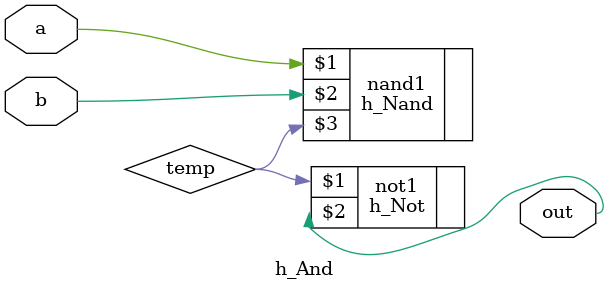
<source format=v>
module h_And (
    input  a,
    input  b,
    output out
);

  wire temp;
  h_Nand nand1 (
      a,
      b,
      temp
  );
  h_Not not1 (
      temp,
      out
  );

endmodule

</source>
